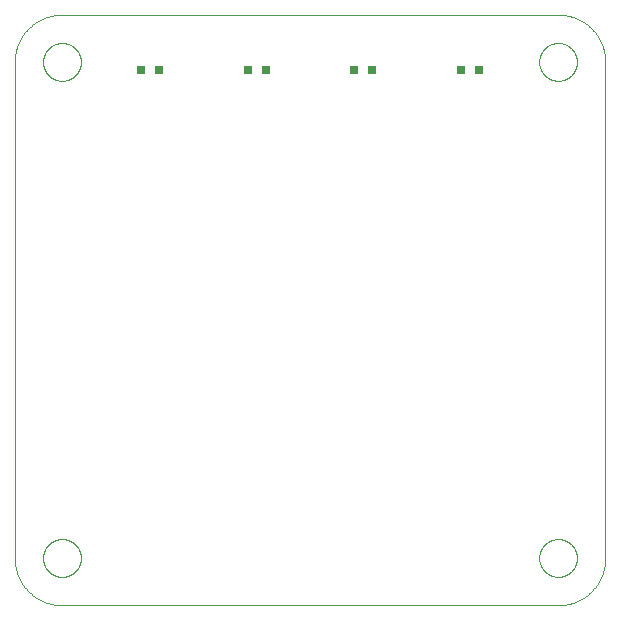
<source format=gbp>
G75*
%MOIN*%
%OFA0B0*%
%FSLAX25Y25*%
%IPPOS*%
%LPD*%
%AMOC8*
5,1,8,0,0,1.08239X$1,22.5*
%
%ADD10R,0.03150X0.03150*%
%ADD11C,0.00000*%
D10*
X0098295Y0241500D03*
X0104201Y0241500D03*
X0133827Y0241500D03*
X0139732Y0241500D03*
X0169358Y0241500D03*
X0175264Y0241500D03*
X0204886Y0241500D03*
X0210791Y0241500D03*
D11*
X0237220Y0063075D02*
X0071866Y0063075D01*
X0065567Y0078823D02*
X0065569Y0078981D01*
X0065575Y0079139D01*
X0065585Y0079297D01*
X0065599Y0079455D01*
X0065617Y0079612D01*
X0065638Y0079769D01*
X0065664Y0079925D01*
X0065694Y0080081D01*
X0065727Y0080236D01*
X0065765Y0080389D01*
X0065806Y0080542D01*
X0065851Y0080694D01*
X0065900Y0080845D01*
X0065953Y0080994D01*
X0066009Y0081142D01*
X0066069Y0081288D01*
X0066133Y0081433D01*
X0066201Y0081576D01*
X0066272Y0081718D01*
X0066346Y0081858D01*
X0066424Y0081995D01*
X0066506Y0082131D01*
X0066590Y0082265D01*
X0066679Y0082396D01*
X0066770Y0082525D01*
X0066865Y0082652D01*
X0066962Y0082777D01*
X0067063Y0082899D01*
X0067167Y0083018D01*
X0067274Y0083135D01*
X0067384Y0083249D01*
X0067497Y0083360D01*
X0067612Y0083469D01*
X0067730Y0083574D01*
X0067851Y0083676D01*
X0067974Y0083776D01*
X0068100Y0083872D01*
X0068228Y0083965D01*
X0068358Y0084055D01*
X0068491Y0084141D01*
X0068626Y0084225D01*
X0068762Y0084304D01*
X0068901Y0084381D01*
X0069042Y0084453D01*
X0069184Y0084523D01*
X0069328Y0084588D01*
X0069474Y0084650D01*
X0069621Y0084708D01*
X0069770Y0084763D01*
X0069920Y0084814D01*
X0070071Y0084861D01*
X0070223Y0084904D01*
X0070376Y0084943D01*
X0070531Y0084979D01*
X0070686Y0085010D01*
X0070842Y0085038D01*
X0070998Y0085062D01*
X0071155Y0085082D01*
X0071313Y0085098D01*
X0071470Y0085110D01*
X0071629Y0085118D01*
X0071787Y0085122D01*
X0071945Y0085122D01*
X0072103Y0085118D01*
X0072262Y0085110D01*
X0072419Y0085098D01*
X0072577Y0085082D01*
X0072734Y0085062D01*
X0072890Y0085038D01*
X0073046Y0085010D01*
X0073201Y0084979D01*
X0073356Y0084943D01*
X0073509Y0084904D01*
X0073661Y0084861D01*
X0073812Y0084814D01*
X0073962Y0084763D01*
X0074111Y0084708D01*
X0074258Y0084650D01*
X0074404Y0084588D01*
X0074548Y0084523D01*
X0074690Y0084453D01*
X0074831Y0084381D01*
X0074970Y0084304D01*
X0075106Y0084225D01*
X0075241Y0084141D01*
X0075374Y0084055D01*
X0075504Y0083965D01*
X0075632Y0083872D01*
X0075758Y0083776D01*
X0075881Y0083676D01*
X0076002Y0083574D01*
X0076120Y0083469D01*
X0076235Y0083360D01*
X0076348Y0083249D01*
X0076458Y0083135D01*
X0076565Y0083018D01*
X0076669Y0082899D01*
X0076770Y0082777D01*
X0076867Y0082652D01*
X0076962Y0082525D01*
X0077053Y0082396D01*
X0077142Y0082265D01*
X0077226Y0082131D01*
X0077308Y0081995D01*
X0077386Y0081858D01*
X0077460Y0081718D01*
X0077531Y0081576D01*
X0077599Y0081433D01*
X0077663Y0081288D01*
X0077723Y0081142D01*
X0077779Y0080994D01*
X0077832Y0080845D01*
X0077881Y0080694D01*
X0077926Y0080542D01*
X0077967Y0080389D01*
X0078005Y0080236D01*
X0078038Y0080081D01*
X0078068Y0079925D01*
X0078094Y0079769D01*
X0078115Y0079612D01*
X0078133Y0079455D01*
X0078147Y0079297D01*
X0078157Y0079139D01*
X0078163Y0078981D01*
X0078165Y0078823D01*
X0078163Y0078665D01*
X0078157Y0078507D01*
X0078147Y0078349D01*
X0078133Y0078191D01*
X0078115Y0078034D01*
X0078094Y0077877D01*
X0078068Y0077721D01*
X0078038Y0077565D01*
X0078005Y0077410D01*
X0077967Y0077257D01*
X0077926Y0077104D01*
X0077881Y0076952D01*
X0077832Y0076801D01*
X0077779Y0076652D01*
X0077723Y0076504D01*
X0077663Y0076358D01*
X0077599Y0076213D01*
X0077531Y0076070D01*
X0077460Y0075928D01*
X0077386Y0075788D01*
X0077308Y0075651D01*
X0077226Y0075515D01*
X0077142Y0075381D01*
X0077053Y0075250D01*
X0076962Y0075121D01*
X0076867Y0074994D01*
X0076770Y0074869D01*
X0076669Y0074747D01*
X0076565Y0074628D01*
X0076458Y0074511D01*
X0076348Y0074397D01*
X0076235Y0074286D01*
X0076120Y0074177D01*
X0076002Y0074072D01*
X0075881Y0073970D01*
X0075758Y0073870D01*
X0075632Y0073774D01*
X0075504Y0073681D01*
X0075374Y0073591D01*
X0075241Y0073505D01*
X0075106Y0073421D01*
X0074970Y0073342D01*
X0074831Y0073265D01*
X0074690Y0073193D01*
X0074548Y0073123D01*
X0074404Y0073058D01*
X0074258Y0072996D01*
X0074111Y0072938D01*
X0073962Y0072883D01*
X0073812Y0072832D01*
X0073661Y0072785D01*
X0073509Y0072742D01*
X0073356Y0072703D01*
X0073201Y0072667D01*
X0073046Y0072636D01*
X0072890Y0072608D01*
X0072734Y0072584D01*
X0072577Y0072564D01*
X0072419Y0072548D01*
X0072262Y0072536D01*
X0072103Y0072528D01*
X0071945Y0072524D01*
X0071787Y0072524D01*
X0071629Y0072528D01*
X0071470Y0072536D01*
X0071313Y0072548D01*
X0071155Y0072564D01*
X0070998Y0072584D01*
X0070842Y0072608D01*
X0070686Y0072636D01*
X0070531Y0072667D01*
X0070376Y0072703D01*
X0070223Y0072742D01*
X0070071Y0072785D01*
X0069920Y0072832D01*
X0069770Y0072883D01*
X0069621Y0072938D01*
X0069474Y0072996D01*
X0069328Y0073058D01*
X0069184Y0073123D01*
X0069042Y0073193D01*
X0068901Y0073265D01*
X0068762Y0073342D01*
X0068626Y0073421D01*
X0068491Y0073505D01*
X0068358Y0073591D01*
X0068228Y0073681D01*
X0068100Y0073774D01*
X0067974Y0073870D01*
X0067851Y0073970D01*
X0067730Y0074072D01*
X0067612Y0074177D01*
X0067497Y0074286D01*
X0067384Y0074397D01*
X0067274Y0074511D01*
X0067167Y0074628D01*
X0067063Y0074747D01*
X0066962Y0074869D01*
X0066865Y0074994D01*
X0066770Y0075121D01*
X0066679Y0075250D01*
X0066590Y0075381D01*
X0066506Y0075515D01*
X0066424Y0075651D01*
X0066346Y0075788D01*
X0066272Y0075928D01*
X0066201Y0076070D01*
X0066133Y0076213D01*
X0066069Y0076358D01*
X0066009Y0076504D01*
X0065953Y0076652D01*
X0065900Y0076801D01*
X0065851Y0076952D01*
X0065806Y0077104D01*
X0065765Y0077257D01*
X0065727Y0077410D01*
X0065694Y0077565D01*
X0065664Y0077721D01*
X0065638Y0077877D01*
X0065617Y0078034D01*
X0065599Y0078191D01*
X0065585Y0078349D01*
X0065575Y0078507D01*
X0065569Y0078665D01*
X0065567Y0078823D01*
X0056118Y0078823D02*
X0056123Y0078442D01*
X0056136Y0078062D01*
X0056159Y0077682D01*
X0056192Y0077303D01*
X0056233Y0076925D01*
X0056283Y0076548D01*
X0056343Y0076172D01*
X0056411Y0075797D01*
X0056489Y0075425D01*
X0056576Y0075054D01*
X0056671Y0074686D01*
X0056776Y0074320D01*
X0056889Y0073957D01*
X0057011Y0073596D01*
X0057141Y0073239D01*
X0057281Y0072885D01*
X0057428Y0072534D01*
X0057585Y0072187D01*
X0057749Y0071844D01*
X0057922Y0071505D01*
X0058103Y0071170D01*
X0058292Y0070839D01*
X0058489Y0070514D01*
X0058693Y0070193D01*
X0058906Y0069877D01*
X0059126Y0069567D01*
X0059353Y0069261D01*
X0059588Y0068962D01*
X0059830Y0068668D01*
X0060078Y0068380D01*
X0060334Y0068098D01*
X0060597Y0067823D01*
X0060866Y0067554D01*
X0061141Y0067291D01*
X0061423Y0067035D01*
X0061711Y0066787D01*
X0062005Y0066545D01*
X0062304Y0066310D01*
X0062610Y0066083D01*
X0062920Y0065863D01*
X0063236Y0065650D01*
X0063557Y0065446D01*
X0063882Y0065249D01*
X0064213Y0065060D01*
X0064548Y0064879D01*
X0064887Y0064706D01*
X0065230Y0064542D01*
X0065577Y0064385D01*
X0065928Y0064238D01*
X0066282Y0064098D01*
X0066639Y0063968D01*
X0067000Y0063846D01*
X0067363Y0063733D01*
X0067729Y0063628D01*
X0068097Y0063533D01*
X0068468Y0063446D01*
X0068840Y0063368D01*
X0069215Y0063300D01*
X0069591Y0063240D01*
X0069968Y0063190D01*
X0070346Y0063149D01*
X0070725Y0063116D01*
X0071105Y0063093D01*
X0071485Y0063080D01*
X0071866Y0063075D01*
X0056118Y0078823D02*
X0056118Y0244177D01*
X0065567Y0244177D02*
X0065569Y0244335D01*
X0065575Y0244493D01*
X0065585Y0244651D01*
X0065599Y0244809D01*
X0065617Y0244966D01*
X0065638Y0245123D01*
X0065664Y0245279D01*
X0065694Y0245435D01*
X0065727Y0245590D01*
X0065765Y0245743D01*
X0065806Y0245896D01*
X0065851Y0246048D01*
X0065900Y0246199D01*
X0065953Y0246348D01*
X0066009Y0246496D01*
X0066069Y0246642D01*
X0066133Y0246787D01*
X0066201Y0246930D01*
X0066272Y0247072D01*
X0066346Y0247212D01*
X0066424Y0247349D01*
X0066506Y0247485D01*
X0066590Y0247619D01*
X0066679Y0247750D01*
X0066770Y0247879D01*
X0066865Y0248006D01*
X0066962Y0248131D01*
X0067063Y0248253D01*
X0067167Y0248372D01*
X0067274Y0248489D01*
X0067384Y0248603D01*
X0067497Y0248714D01*
X0067612Y0248823D01*
X0067730Y0248928D01*
X0067851Y0249030D01*
X0067974Y0249130D01*
X0068100Y0249226D01*
X0068228Y0249319D01*
X0068358Y0249409D01*
X0068491Y0249495D01*
X0068626Y0249579D01*
X0068762Y0249658D01*
X0068901Y0249735D01*
X0069042Y0249807D01*
X0069184Y0249877D01*
X0069328Y0249942D01*
X0069474Y0250004D01*
X0069621Y0250062D01*
X0069770Y0250117D01*
X0069920Y0250168D01*
X0070071Y0250215D01*
X0070223Y0250258D01*
X0070376Y0250297D01*
X0070531Y0250333D01*
X0070686Y0250364D01*
X0070842Y0250392D01*
X0070998Y0250416D01*
X0071155Y0250436D01*
X0071313Y0250452D01*
X0071470Y0250464D01*
X0071629Y0250472D01*
X0071787Y0250476D01*
X0071945Y0250476D01*
X0072103Y0250472D01*
X0072262Y0250464D01*
X0072419Y0250452D01*
X0072577Y0250436D01*
X0072734Y0250416D01*
X0072890Y0250392D01*
X0073046Y0250364D01*
X0073201Y0250333D01*
X0073356Y0250297D01*
X0073509Y0250258D01*
X0073661Y0250215D01*
X0073812Y0250168D01*
X0073962Y0250117D01*
X0074111Y0250062D01*
X0074258Y0250004D01*
X0074404Y0249942D01*
X0074548Y0249877D01*
X0074690Y0249807D01*
X0074831Y0249735D01*
X0074970Y0249658D01*
X0075106Y0249579D01*
X0075241Y0249495D01*
X0075374Y0249409D01*
X0075504Y0249319D01*
X0075632Y0249226D01*
X0075758Y0249130D01*
X0075881Y0249030D01*
X0076002Y0248928D01*
X0076120Y0248823D01*
X0076235Y0248714D01*
X0076348Y0248603D01*
X0076458Y0248489D01*
X0076565Y0248372D01*
X0076669Y0248253D01*
X0076770Y0248131D01*
X0076867Y0248006D01*
X0076962Y0247879D01*
X0077053Y0247750D01*
X0077142Y0247619D01*
X0077226Y0247485D01*
X0077308Y0247349D01*
X0077386Y0247212D01*
X0077460Y0247072D01*
X0077531Y0246930D01*
X0077599Y0246787D01*
X0077663Y0246642D01*
X0077723Y0246496D01*
X0077779Y0246348D01*
X0077832Y0246199D01*
X0077881Y0246048D01*
X0077926Y0245896D01*
X0077967Y0245743D01*
X0078005Y0245590D01*
X0078038Y0245435D01*
X0078068Y0245279D01*
X0078094Y0245123D01*
X0078115Y0244966D01*
X0078133Y0244809D01*
X0078147Y0244651D01*
X0078157Y0244493D01*
X0078163Y0244335D01*
X0078165Y0244177D01*
X0078163Y0244019D01*
X0078157Y0243861D01*
X0078147Y0243703D01*
X0078133Y0243545D01*
X0078115Y0243388D01*
X0078094Y0243231D01*
X0078068Y0243075D01*
X0078038Y0242919D01*
X0078005Y0242764D01*
X0077967Y0242611D01*
X0077926Y0242458D01*
X0077881Y0242306D01*
X0077832Y0242155D01*
X0077779Y0242006D01*
X0077723Y0241858D01*
X0077663Y0241712D01*
X0077599Y0241567D01*
X0077531Y0241424D01*
X0077460Y0241282D01*
X0077386Y0241142D01*
X0077308Y0241005D01*
X0077226Y0240869D01*
X0077142Y0240735D01*
X0077053Y0240604D01*
X0076962Y0240475D01*
X0076867Y0240348D01*
X0076770Y0240223D01*
X0076669Y0240101D01*
X0076565Y0239982D01*
X0076458Y0239865D01*
X0076348Y0239751D01*
X0076235Y0239640D01*
X0076120Y0239531D01*
X0076002Y0239426D01*
X0075881Y0239324D01*
X0075758Y0239224D01*
X0075632Y0239128D01*
X0075504Y0239035D01*
X0075374Y0238945D01*
X0075241Y0238859D01*
X0075106Y0238775D01*
X0074970Y0238696D01*
X0074831Y0238619D01*
X0074690Y0238547D01*
X0074548Y0238477D01*
X0074404Y0238412D01*
X0074258Y0238350D01*
X0074111Y0238292D01*
X0073962Y0238237D01*
X0073812Y0238186D01*
X0073661Y0238139D01*
X0073509Y0238096D01*
X0073356Y0238057D01*
X0073201Y0238021D01*
X0073046Y0237990D01*
X0072890Y0237962D01*
X0072734Y0237938D01*
X0072577Y0237918D01*
X0072419Y0237902D01*
X0072262Y0237890D01*
X0072103Y0237882D01*
X0071945Y0237878D01*
X0071787Y0237878D01*
X0071629Y0237882D01*
X0071470Y0237890D01*
X0071313Y0237902D01*
X0071155Y0237918D01*
X0070998Y0237938D01*
X0070842Y0237962D01*
X0070686Y0237990D01*
X0070531Y0238021D01*
X0070376Y0238057D01*
X0070223Y0238096D01*
X0070071Y0238139D01*
X0069920Y0238186D01*
X0069770Y0238237D01*
X0069621Y0238292D01*
X0069474Y0238350D01*
X0069328Y0238412D01*
X0069184Y0238477D01*
X0069042Y0238547D01*
X0068901Y0238619D01*
X0068762Y0238696D01*
X0068626Y0238775D01*
X0068491Y0238859D01*
X0068358Y0238945D01*
X0068228Y0239035D01*
X0068100Y0239128D01*
X0067974Y0239224D01*
X0067851Y0239324D01*
X0067730Y0239426D01*
X0067612Y0239531D01*
X0067497Y0239640D01*
X0067384Y0239751D01*
X0067274Y0239865D01*
X0067167Y0239982D01*
X0067063Y0240101D01*
X0066962Y0240223D01*
X0066865Y0240348D01*
X0066770Y0240475D01*
X0066679Y0240604D01*
X0066590Y0240735D01*
X0066506Y0240869D01*
X0066424Y0241005D01*
X0066346Y0241142D01*
X0066272Y0241282D01*
X0066201Y0241424D01*
X0066133Y0241567D01*
X0066069Y0241712D01*
X0066009Y0241858D01*
X0065953Y0242006D01*
X0065900Y0242155D01*
X0065851Y0242306D01*
X0065806Y0242458D01*
X0065765Y0242611D01*
X0065727Y0242764D01*
X0065694Y0242919D01*
X0065664Y0243075D01*
X0065638Y0243231D01*
X0065617Y0243388D01*
X0065599Y0243545D01*
X0065585Y0243703D01*
X0065575Y0243861D01*
X0065569Y0244019D01*
X0065567Y0244177D01*
X0056118Y0244177D02*
X0056123Y0244558D01*
X0056136Y0244938D01*
X0056159Y0245318D01*
X0056192Y0245697D01*
X0056233Y0246075D01*
X0056283Y0246452D01*
X0056343Y0246828D01*
X0056411Y0247203D01*
X0056489Y0247575D01*
X0056576Y0247946D01*
X0056671Y0248314D01*
X0056776Y0248680D01*
X0056889Y0249043D01*
X0057011Y0249404D01*
X0057141Y0249761D01*
X0057281Y0250115D01*
X0057428Y0250466D01*
X0057585Y0250813D01*
X0057749Y0251156D01*
X0057922Y0251495D01*
X0058103Y0251830D01*
X0058292Y0252161D01*
X0058489Y0252486D01*
X0058693Y0252807D01*
X0058906Y0253123D01*
X0059126Y0253433D01*
X0059353Y0253739D01*
X0059588Y0254038D01*
X0059830Y0254332D01*
X0060078Y0254620D01*
X0060334Y0254902D01*
X0060597Y0255177D01*
X0060866Y0255446D01*
X0061141Y0255709D01*
X0061423Y0255965D01*
X0061711Y0256213D01*
X0062005Y0256455D01*
X0062304Y0256690D01*
X0062610Y0256917D01*
X0062920Y0257137D01*
X0063236Y0257350D01*
X0063557Y0257554D01*
X0063882Y0257751D01*
X0064213Y0257940D01*
X0064548Y0258121D01*
X0064887Y0258294D01*
X0065230Y0258458D01*
X0065577Y0258615D01*
X0065928Y0258762D01*
X0066282Y0258902D01*
X0066639Y0259032D01*
X0067000Y0259154D01*
X0067363Y0259267D01*
X0067729Y0259372D01*
X0068097Y0259467D01*
X0068468Y0259554D01*
X0068840Y0259632D01*
X0069215Y0259700D01*
X0069591Y0259760D01*
X0069968Y0259810D01*
X0070346Y0259851D01*
X0070725Y0259884D01*
X0071105Y0259907D01*
X0071485Y0259920D01*
X0071866Y0259925D01*
X0237220Y0259925D01*
X0230921Y0244177D02*
X0230923Y0244335D01*
X0230929Y0244493D01*
X0230939Y0244651D01*
X0230953Y0244809D01*
X0230971Y0244966D01*
X0230992Y0245123D01*
X0231018Y0245279D01*
X0231048Y0245435D01*
X0231081Y0245590D01*
X0231119Y0245743D01*
X0231160Y0245896D01*
X0231205Y0246048D01*
X0231254Y0246199D01*
X0231307Y0246348D01*
X0231363Y0246496D01*
X0231423Y0246642D01*
X0231487Y0246787D01*
X0231555Y0246930D01*
X0231626Y0247072D01*
X0231700Y0247212D01*
X0231778Y0247349D01*
X0231860Y0247485D01*
X0231944Y0247619D01*
X0232033Y0247750D01*
X0232124Y0247879D01*
X0232219Y0248006D01*
X0232316Y0248131D01*
X0232417Y0248253D01*
X0232521Y0248372D01*
X0232628Y0248489D01*
X0232738Y0248603D01*
X0232851Y0248714D01*
X0232966Y0248823D01*
X0233084Y0248928D01*
X0233205Y0249030D01*
X0233328Y0249130D01*
X0233454Y0249226D01*
X0233582Y0249319D01*
X0233712Y0249409D01*
X0233845Y0249495D01*
X0233980Y0249579D01*
X0234116Y0249658D01*
X0234255Y0249735D01*
X0234396Y0249807D01*
X0234538Y0249877D01*
X0234682Y0249942D01*
X0234828Y0250004D01*
X0234975Y0250062D01*
X0235124Y0250117D01*
X0235274Y0250168D01*
X0235425Y0250215D01*
X0235577Y0250258D01*
X0235730Y0250297D01*
X0235885Y0250333D01*
X0236040Y0250364D01*
X0236196Y0250392D01*
X0236352Y0250416D01*
X0236509Y0250436D01*
X0236667Y0250452D01*
X0236824Y0250464D01*
X0236983Y0250472D01*
X0237141Y0250476D01*
X0237299Y0250476D01*
X0237457Y0250472D01*
X0237616Y0250464D01*
X0237773Y0250452D01*
X0237931Y0250436D01*
X0238088Y0250416D01*
X0238244Y0250392D01*
X0238400Y0250364D01*
X0238555Y0250333D01*
X0238710Y0250297D01*
X0238863Y0250258D01*
X0239015Y0250215D01*
X0239166Y0250168D01*
X0239316Y0250117D01*
X0239465Y0250062D01*
X0239612Y0250004D01*
X0239758Y0249942D01*
X0239902Y0249877D01*
X0240044Y0249807D01*
X0240185Y0249735D01*
X0240324Y0249658D01*
X0240460Y0249579D01*
X0240595Y0249495D01*
X0240728Y0249409D01*
X0240858Y0249319D01*
X0240986Y0249226D01*
X0241112Y0249130D01*
X0241235Y0249030D01*
X0241356Y0248928D01*
X0241474Y0248823D01*
X0241589Y0248714D01*
X0241702Y0248603D01*
X0241812Y0248489D01*
X0241919Y0248372D01*
X0242023Y0248253D01*
X0242124Y0248131D01*
X0242221Y0248006D01*
X0242316Y0247879D01*
X0242407Y0247750D01*
X0242496Y0247619D01*
X0242580Y0247485D01*
X0242662Y0247349D01*
X0242740Y0247212D01*
X0242814Y0247072D01*
X0242885Y0246930D01*
X0242953Y0246787D01*
X0243017Y0246642D01*
X0243077Y0246496D01*
X0243133Y0246348D01*
X0243186Y0246199D01*
X0243235Y0246048D01*
X0243280Y0245896D01*
X0243321Y0245743D01*
X0243359Y0245590D01*
X0243392Y0245435D01*
X0243422Y0245279D01*
X0243448Y0245123D01*
X0243469Y0244966D01*
X0243487Y0244809D01*
X0243501Y0244651D01*
X0243511Y0244493D01*
X0243517Y0244335D01*
X0243519Y0244177D01*
X0243517Y0244019D01*
X0243511Y0243861D01*
X0243501Y0243703D01*
X0243487Y0243545D01*
X0243469Y0243388D01*
X0243448Y0243231D01*
X0243422Y0243075D01*
X0243392Y0242919D01*
X0243359Y0242764D01*
X0243321Y0242611D01*
X0243280Y0242458D01*
X0243235Y0242306D01*
X0243186Y0242155D01*
X0243133Y0242006D01*
X0243077Y0241858D01*
X0243017Y0241712D01*
X0242953Y0241567D01*
X0242885Y0241424D01*
X0242814Y0241282D01*
X0242740Y0241142D01*
X0242662Y0241005D01*
X0242580Y0240869D01*
X0242496Y0240735D01*
X0242407Y0240604D01*
X0242316Y0240475D01*
X0242221Y0240348D01*
X0242124Y0240223D01*
X0242023Y0240101D01*
X0241919Y0239982D01*
X0241812Y0239865D01*
X0241702Y0239751D01*
X0241589Y0239640D01*
X0241474Y0239531D01*
X0241356Y0239426D01*
X0241235Y0239324D01*
X0241112Y0239224D01*
X0240986Y0239128D01*
X0240858Y0239035D01*
X0240728Y0238945D01*
X0240595Y0238859D01*
X0240460Y0238775D01*
X0240324Y0238696D01*
X0240185Y0238619D01*
X0240044Y0238547D01*
X0239902Y0238477D01*
X0239758Y0238412D01*
X0239612Y0238350D01*
X0239465Y0238292D01*
X0239316Y0238237D01*
X0239166Y0238186D01*
X0239015Y0238139D01*
X0238863Y0238096D01*
X0238710Y0238057D01*
X0238555Y0238021D01*
X0238400Y0237990D01*
X0238244Y0237962D01*
X0238088Y0237938D01*
X0237931Y0237918D01*
X0237773Y0237902D01*
X0237616Y0237890D01*
X0237457Y0237882D01*
X0237299Y0237878D01*
X0237141Y0237878D01*
X0236983Y0237882D01*
X0236824Y0237890D01*
X0236667Y0237902D01*
X0236509Y0237918D01*
X0236352Y0237938D01*
X0236196Y0237962D01*
X0236040Y0237990D01*
X0235885Y0238021D01*
X0235730Y0238057D01*
X0235577Y0238096D01*
X0235425Y0238139D01*
X0235274Y0238186D01*
X0235124Y0238237D01*
X0234975Y0238292D01*
X0234828Y0238350D01*
X0234682Y0238412D01*
X0234538Y0238477D01*
X0234396Y0238547D01*
X0234255Y0238619D01*
X0234116Y0238696D01*
X0233980Y0238775D01*
X0233845Y0238859D01*
X0233712Y0238945D01*
X0233582Y0239035D01*
X0233454Y0239128D01*
X0233328Y0239224D01*
X0233205Y0239324D01*
X0233084Y0239426D01*
X0232966Y0239531D01*
X0232851Y0239640D01*
X0232738Y0239751D01*
X0232628Y0239865D01*
X0232521Y0239982D01*
X0232417Y0240101D01*
X0232316Y0240223D01*
X0232219Y0240348D01*
X0232124Y0240475D01*
X0232033Y0240604D01*
X0231944Y0240735D01*
X0231860Y0240869D01*
X0231778Y0241005D01*
X0231700Y0241142D01*
X0231626Y0241282D01*
X0231555Y0241424D01*
X0231487Y0241567D01*
X0231423Y0241712D01*
X0231363Y0241858D01*
X0231307Y0242006D01*
X0231254Y0242155D01*
X0231205Y0242306D01*
X0231160Y0242458D01*
X0231119Y0242611D01*
X0231081Y0242764D01*
X0231048Y0242919D01*
X0231018Y0243075D01*
X0230992Y0243231D01*
X0230971Y0243388D01*
X0230953Y0243545D01*
X0230939Y0243703D01*
X0230929Y0243861D01*
X0230923Y0244019D01*
X0230921Y0244177D01*
X0237220Y0259925D02*
X0237601Y0259920D01*
X0237981Y0259907D01*
X0238361Y0259884D01*
X0238740Y0259851D01*
X0239118Y0259810D01*
X0239495Y0259760D01*
X0239871Y0259700D01*
X0240246Y0259632D01*
X0240618Y0259554D01*
X0240989Y0259467D01*
X0241357Y0259372D01*
X0241723Y0259267D01*
X0242086Y0259154D01*
X0242447Y0259032D01*
X0242804Y0258902D01*
X0243158Y0258762D01*
X0243509Y0258615D01*
X0243856Y0258458D01*
X0244199Y0258294D01*
X0244538Y0258121D01*
X0244873Y0257940D01*
X0245204Y0257751D01*
X0245529Y0257554D01*
X0245850Y0257350D01*
X0246166Y0257137D01*
X0246476Y0256917D01*
X0246782Y0256690D01*
X0247081Y0256455D01*
X0247375Y0256213D01*
X0247663Y0255965D01*
X0247945Y0255709D01*
X0248220Y0255446D01*
X0248489Y0255177D01*
X0248752Y0254902D01*
X0249008Y0254620D01*
X0249256Y0254332D01*
X0249498Y0254038D01*
X0249733Y0253739D01*
X0249960Y0253433D01*
X0250180Y0253123D01*
X0250393Y0252807D01*
X0250597Y0252486D01*
X0250794Y0252161D01*
X0250983Y0251830D01*
X0251164Y0251495D01*
X0251337Y0251156D01*
X0251501Y0250813D01*
X0251658Y0250466D01*
X0251805Y0250115D01*
X0251945Y0249761D01*
X0252075Y0249404D01*
X0252197Y0249043D01*
X0252310Y0248680D01*
X0252415Y0248314D01*
X0252510Y0247946D01*
X0252597Y0247575D01*
X0252675Y0247203D01*
X0252743Y0246828D01*
X0252803Y0246452D01*
X0252853Y0246075D01*
X0252894Y0245697D01*
X0252927Y0245318D01*
X0252950Y0244938D01*
X0252963Y0244558D01*
X0252968Y0244177D01*
X0252969Y0244177D02*
X0252969Y0078823D01*
X0230921Y0078823D02*
X0230923Y0078981D01*
X0230929Y0079139D01*
X0230939Y0079297D01*
X0230953Y0079455D01*
X0230971Y0079612D01*
X0230992Y0079769D01*
X0231018Y0079925D01*
X0231048Y0080081D01*
X0231081Y0080236D01*
X0231119Y0080389D01*
X0231160Y0080542D01*
X0231205Y0080694D01*
X0231254Y0080845D01*
X0231307Y0080994D01*
X0231363Y0081142D01*
X0231423Y0081288D01*
X0231487Y0081433D01*
X0231555Y0081576D01*
X0231626Y0081718D01*
X0231700Y0081858D01*
X0231778Y0081995D01*
X0231860Y0082131D01*
X0231944Y0082265D01*
X0232033Y0082396D01*
X0232124Y0082525D01*
X0232219Y0082652D01*
X0232316Y0082777D01*
X0232417Y0082899D01*
X0232521Y0083018D01*
X0232628Y0083135D01*
X0232738Y0083249D01*
X0232851Y0083360D01*
X0232966Y0083469D01*
X0233084Y0083574D01*
X0233205Y0083676D01*
X0233328Y0083776D01*
X0233454Y0083872D01*
X0233582Y0083965D01*
X0233712Y0084055D01*
X0233845Y0084141D01*
X0233980Y0084225D01*
X0234116Y0084304D01*
X0234255Y0084381D01*
X0234396Y0084453D01*
X0234538Y0084523D01*
X0234682Y0084588D01*
X0234828Y0084650D01*
X0234975Y0084708D01*
X0235124Y0084763D01*
X0235274Y0084814D01*
X0235425Y0084861D01*
X0235577Y0084904D01*
X0235730Y0084943D01*
X0235885Y0084979D01*
X0236040Y0085010D01*
X0236196Y0085038D01*
X0236352Y0085062D01*
X0236509Y0085082D01*
X0236667Y0085098D01*
X0236824Y0085110D01*
X0236983Y0085118D01*
X0237141Y0085122D01*
X0237299Y0085122D01*
X0237457Y0085118D01*
X0237616Y0085110D01*
X0237773Y0085098D01*
X0237931Y0085082D01*
X0238088Y0085062D01*
X0238244Y0085038D01*
X0238400Y0085010D01*
X0238555Y0084979D01*
X0238710Y0084943D01*
X0238863Y0084904D01*
X0239015Y0084861D01*
X0239166Y0084814D01*
X0239316Y0084763D01*
X0239465Y0084708D01*
X0239612Y0084650D01*
X0239758Y0084588D01*
X0239902Y0084523D01*
X0240044Y0084453D01*
X0240185Y0084381D01*
X0240324Y0084304D01*
X0240460Y0084225D01*
X0240595Y0084141D01*
X0240728Y0084055D01*
X0240858Y0083965D01*
X0240986Y0083872D01*
X0241112Y0083776D01*
X0241235Y0083676D01*
X0241356Y0083574D01*
X0241474Y0083469D01*
X0241589Y0083360D01*
X0241702Y0083249D01*
X0241812Y0083135D01*
X0241919Y0083018D01*
X0242023Y0082899D01*
X0242124Y0082777D01*
X0242221Y0082652D01*
X0242316Y0082525D01*
X0242407Y0082396D01*
X0242496Y0082265D01*
X0242580Y0082131D01*
X0242662Y0081995D01*
X0242740Y0081858D01*
X0242814Y0081718D01*
X0242885Y0081576D01*
X0242953Y0081433D01*
X0243017Y0081288D01*
X0243077Y0081142D01*
X0243133Y0080994D01*
X0243186Y0080845D01*
X0243235Y0080694D01*
X0243280Y0080542D01*
X0243321Y0080389D01*
X0243359Y0080236D01*
X0243392Y0080081D01*
X0243422Y0079925D01*
X0243448Y0079769D01*
X0243469Y0079612D01*
X0243487Y0079455D01*
X0243501Y0079297D01*
X0243511Y0079139D01*
X0243517Y0078981D01*
X0243519Y0078823D01*
X0243517Y0078665D01*
X0243511Y0078507D01*
X0243501Y0078349D01*
X0243487Y0078191D01*
X0243469Y0078034D01*
X0243448Y0077877D01*
X0243422Y0077721D01*
X0243392Y0077565D01*
X0243359Y0077410D01*
X0243321Y0077257D01*
X0243280Y0077104D01*
X0243235Y0076952D01*
X0243186Y0076801D01*
X0243133Y0076652D01*
X0243077Y0076504D01*
X0243017Y0076358D01*
X0242953Y0076213D01*
X0242885Y0076070D01*
X0242814Y0075928D01*
X0242740Y0075788D01*
X0242662Y0075651D01*
X0242580Y0075515D01*
X0242496Y0075381D01*
X0242407Y0075250D01*
X0242316Y0075121D01*
X0242221Y0074994D01*
X0242124Y0074869D01*
X0242023Y0074747D01*
X0241919Y0074628D01*
X0241812Y0074511D01*
X0241702Y0074397D01*
X0241589Y0074286D01*
X0241474Y0074177D01*
X0241356Y0074072D01*
X0241235Y0073970D01*
X0241112Y0073870D01*
X0240986Y0073774D01*
X0240858Y0073681D01*
X0240728Y0073591D01*
X0240595Y0073505D01*
X0240460Y0073421D01*
X0240324Y0073342D01*
X0240185Y0073265D01*
X0240044Y0073193D01*
X0239902Y0073123D01*
X0239758Y0073058D01*
X0239612Y0072996D01*
X0239465Y0072938D01*
X0239316Y0072883D01*
X0239166Y0072832D01*
X0239015Y0072785D01*
X0238863Y0072742D01*
X0238710Y0072703D01*
X0238555Y0072667D01*
X0238400Y0072636D01*
X0238244Y0072608D01*
X0238088Y0072584D01*
X0237931Y0072564D01*
X0237773Y0072548D01*
X0237616Y0072536D01*
X0237457Y0072528D01*
X0237299Y0072524D01*
X0237141Y0072524D01*
X0236983Y0072528D01*
X0236824Y0072536D01*
X0236667Y0072548D01*
X0236509Y0072564D01*
X0236352Y0072584D01*
X0236196Y0072608D01*
X0236040Y0072636D01*
X0235885Y0072667D01*
X0235730Y0072703D01*
X0235577Y0072742D01*
X0235425Y0072785D01*
X0235274Y0072832D01*
X0235124Y0072883D01*
X0234975Y0072938D01*
X0234828Y0072996D01*
X0234682Y0073058D01*
X0234538Y0073123D01*
X0234396Y0073193D01*
X0234255Y0073265D01*
X0234116Y0073342D01*
X0233980Y0073421D01*
X0233845Y0073505D01*
X0233712Y0073591D01*
X0233582Y0073681D01*
X0233454Y0073774D01*
X0233328Y0073870D01*
X0233205Y0073970D01*
X0233084Y0074072D01*
X0232966Y0074177D01*
X0232851Y0074286D01*
X0232738Y0074397D01*
X0232628Y0074511D01*
X0232521Y0074628D01*
X0232417Y0074747D01*
X0232316Y0074869D01*
X0232219Y0074994D01*
X0232124Y0075121D01*
X0232033Y0075250D01*
X0231944Y0075381D01*
X0231860Y0075515D01*
X0231778Y0075651D01*
X0231700Y0075788D01*
X0231626Y0075928D01*
X0231555Y0076070D01*
X0231487Y0076213D01*
X0231423Y0076358D01*
X0231363Y0076504D01*
X0231307Y0076652D01*
X0231254Y0076801D01*
X0231205Y0076952D01*
X0231160Y0077104D01*
X0231119Y0077257D01*
X0231081Y0077410D01*
X0231048Y0077565D01*
X0231018Y0077721D01*
X0230992Y0077877D01*
X0230971Y0078034D01*
X0230953Y0078191D01*
X0230939Y0078349D01*
X0230929Y0078507D01*
X0230923Y0078665D01*
X0230921Y0078823D01*
X0237220Y0063075D02*
X0237601Y0063080D01*
X0237981Y0063093D01*
X0238361Y0063116D01*
X0238740Y0063149D01*
X0239118Y0063190D01*
X0239495Y0063240D01*
X0239871Y0063300D01*
X0240246Y0063368D01*
X0240618Y0063446D01*
X0240989Y0063533D01*
X0241357Y0063628D01*
X0241723Y0063733D01*
X0242086Y0063846D01*
X0242447Y0063968D01*
X0242804Y0064098D01*
X0243158Y0064238D01*
X0243509Y0064385D01*
X0243856Y0064542D01*
X0244199Y0064706D01*
X0244538Y0064879D01*
X0244873Y0065060D01*
X0245204Y0065249D01*
X0245529Y0065446D01*
X0245850Y0065650D01*
X0246166Y0065863D01*
X0246476Y0066083D01*
X0246782Y0066310D01*
X0247081Y0066545D01*
X0247375Y0066787D01*
X0247663Y0067035D01*
X0247945Y0067291D01*
X0248220Y0067554D01*
X0248489Y0067823D01*
X0248752Y0068098D01*
X0249008Y0068380D01*
X0249256Y0068668D01*
X0249498Y0068962D01*
X0249733Y0069261D01*
X0249960Y0069567D01*
X0250180Y0069877D01*
X0250393Y0070193D01*
X0250597Y0070514D01*
X0250794Y0070839D01*
X0250983Y0071170D01*
X0251164Y0071505D01*
X0251337Y0071844D01*
X0251501Y0072187D01*
X0251658Y0072534D01*
X0251805Y0072885D01*
X0251945Y0073239D01*
X0252075Y0073596D01*
X0252197Y0073957D01*
X0252310Y0074320D01*
X0252415Y0074686D01*
X0252510Y0075054D01*
X0252597Y0075425D01*
X0252675Y0075797D01*
X0252743Y0076172D01*
X0252803Y0076548D01*
X0252853Y0076925D01*
X0252894Y0077303D01*
X0252927Y0077682D01*
X0252950Y0078062D01*
X0252963Y0078442D01*
X0252968Y0078823D01*
M02*

</source>
